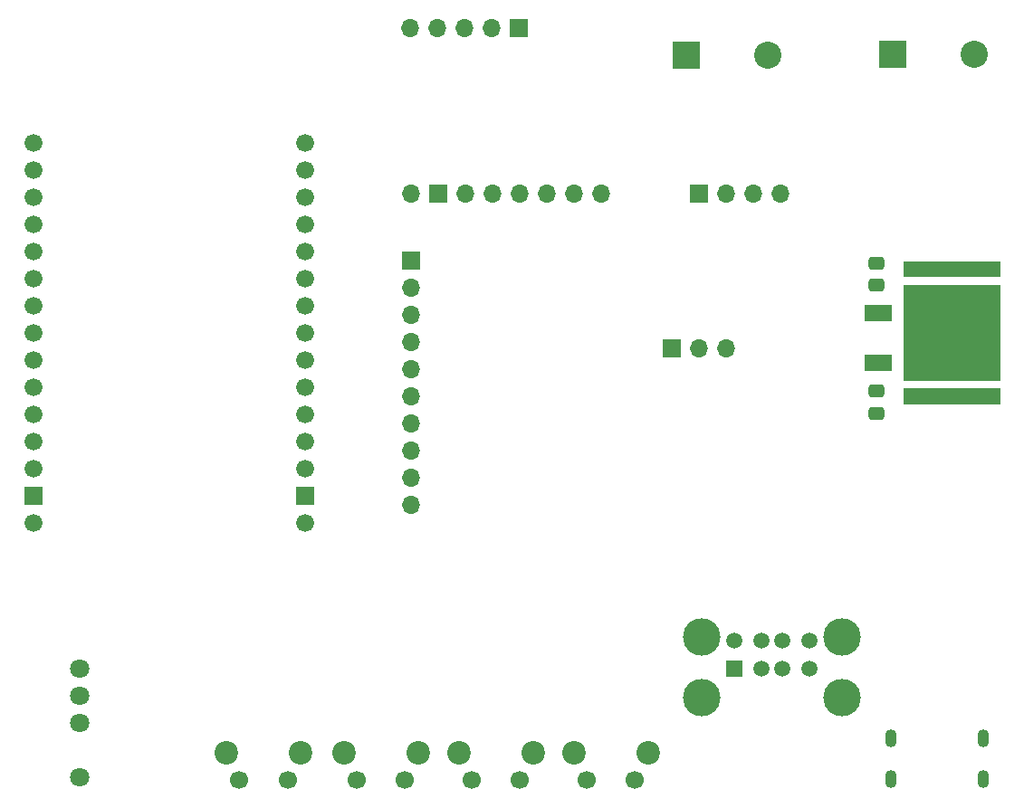
<source format=gbs>
G04 #@! TF.GenerationSoftware,KiCad,Pcbnew,8.0.5*
G04 #@! TF.CreationDate,2024-10-13T23:25:24-04:00*
G04 #@! TF.ProjectId,table-2,7461626c-652d-4322-9e6b-696361645f70,1.2*
G04 #@! TF.SameCoordinates,Original*
G04 #@! TF.FileFunction,Soldermask,Bot*
G04 #@! TF.FilePolarity,Negative*
%FSLAX46Y46*%
G04 Gerber Fmt 4.6, Leading zero omitted, Abs format (unit mm)*
G04 Created by KiCad (PCBNEW 8.0.5) date 2024-10-13 23:25:24*
%MOMM*%
%LPD*%
G01*
G04 APERTURE LIST*
G04 Aperture macros list*
%AMRoundRect*
0 Rectangle with rounded corners*
0 $1 Rounding radius*
0 $2 $3 $4 $5 $6 $7 $8 $9 X,Y pos of 4 corners*
0 Add a 4 corners polygon primitive as box body*
4,1,4,$2,$3,$4,$5,$6,$7,$8,$9,$2,$3,0*
0 Add four circle primitives for the rounded corners*
1,1,$1+$1,$2,$3*
1,1,$1+$1,$4,$5*
1,1,$1+$1,$6,$7*
1,1,$1+$1,$8,$9*
0 Add four rect primitives between the rounded corners*
20,1,$1+$1,$2,$3,$4,$5,0*
20,1,$1+$1,$4,$5,$6,$7,0*
20,1,$1+$1,$6,$7,$8,$9,0*
20,1,$1+$1,$8,$9,$2,$3,0*%
%AMOutline4P*
0 Free polygon, 4 corners , with rotation*
0 The origin of the aperture is its center*
0 number of corners: always 4*
0 $1 to $8 corner X, Y*
0 $9 Rotation angle, in degrees counterclockwise*
0 create outline with 4 corners*
4,1,4,$1,$2,$3,$4,$5,$6,$7,$8,$1,$2,$9*%
G04 Aperture macros list end*
%ADD10C,0.010000*%
%ADD11C,1.800000*%
%ADD12R,1.500000X1.500000*%
%ADD13C,1.500000*%
%ADD14C,3.500000*%
%ADD15C,2.200000*%
%ADD16C,1.700000*%
%ADD17O,1.100000X1.700000*%
%ADD18C,1.676400*%
%ADD19Outline4P,-0.838200X-0.838200X0.838200X-0.838200X0.838200X0.838200X-0.838200X0.838200X0.000000*%
%ADD20R,1.676400X1.676400*%
%ADD21R,1.700000X1.700000*%
%ADD22O,1.700000X1.700000*%
%ADD23RoundRect,0.250000X0.475000X-0.337500X0.475000X0.337500X-0.475000X0.337500X-0.475000X-0.337500X0*%
%ADD24R,2.540000X2.540000*%
%ADD25C,2.540000*%
%ADD26R,2.500000X1.500000*%
%ADD27R,7.000000X7.000000*%
G04 APERTURE END LIST*
D10*
X179500000Y-82650000D02*
X170500000Y-82650000D01*
X170500000Y-81250000D01*
X179500000Y-81250000D01*
X179500000Y-82650000D01*
G36*
X179500000Y-82650000D02*
G01*
X170500000Y-82650000D01*
X170500000Y-81250000D01*
X179500000Y-81250000D01*
X179500000Y-82650000D01*
G37*
X179500000Y-80450000D02*
X170500000Y-80450000D01*
X170500000Y-71550000D01*
X179500000Y-71550000D01*
X179500000Y-80450000D01*
G36*
X179500000Y-80450000D02*
G01*
X170500000Y-80450000D01*
X170500000Y-71550000D01*
X179500000Y-71550000D01*
X179500000Y-80450000D01*
G37*
X179500000Y-70750000D02*
X170500000Y-70750000D01*
X170500000Y-69350000D01*
X179500000Y-69350000D01*
X179500000Y-70750000D01*
G36*
X179500000Y-70750000D02*
G01*
X170500000Y-70750000D01*
X170500000Y-69350000D01*
X179500000Y-69350000D01*
X179500000Y-70750000D01*
G37*
D11*
X93500000Y-117655000D03*
X93500000Y-112575000D03*
X93500000Y-110035000D03*
X93500000Y-107495000D03*
D12*
X154710000Y-107430000D03*
D13*
X157210000Y-107430000D03*
X159210000Y-107430000D03*
X161710000Y-107430000D03*
X154710000Y-104810000D03*
X157210000Y-104810000D03*
X159210000Y-104810000D03*
X161710000Y-104810000D03*
D14*
X151640000Y-110140000D03*
X164780000Y-110140000D03*
X151640000Y-104460000D03*
X164780000Y-104460000D03*
D15*
X146680000Y-115345000D03*
X139680000Y-115345000D03*
D16*
X145430000Y-117845000D03*
X140930000Y-117845000D03*
D17*
X169360000Y-114000000D03*
X169360000Y-117800000D03*
X178000000Y-114000000D03*
X178000000Y-117800000D03*
D15*
X125180000Y-115345000D03*
X118180000Y-115345000D03*
D16*
X123930000Y-117845000D03*
X119430000Y-117845000D03*
D15*
X114180000Y-115345000D03*
X107180000Y-115345000D03*
D16*
X112930000Y-117845000D03*
X108430000Y-117845000D03*
D18*
X89162000Y-58258975D03*
X89162000Y-60798975D03*
X89162000Y-63338975D03*
X89162000Y-65878975D03*
X89162000Y-68418975D03*
X89162000Y-70958975D03*
X89162000Y-73498975D03*
X89162000Y-76038975D03*
X89162000Y-78578975D03*
X89162000Y-81118975D03*
X89162000Y-83658975D03*
X89162000Y-86198975D03*
X89162000Y-88738975D03*
D19*
X89162000Y-91278975D03*
D18*
X89162000Y-93818975D03*
X114562000Y-58258975D03*
X114562000Y-60798975D03*
X114562000Y-63338975D03*
X114562000Y-65878975D03*
X114562000Y-68418975D03*
X114562000Y-70958975D03*
X114562000Y-73498975D03*
X114562000Y-76038975D03*
X114562000Y-78578975D03*
X114562000Y-81118975D03*
X114562000Y-83658975D03*
X114562000Y-86198975D03*
X114562000Y-88738975D03*
D20*
X114562000Y-91278975D03*
D18*
X114562000Y-93818975D03*
D15*
X135930000Y-115345000D03*
X128930000Y-115345000D03*
D16*
X134680000Y-117845000D03*
X130180000Y-117845000D03*
D21*
X124500000Y-69260000D03*
D22*
X124500000Y-71800000D03*
X124500000Y-74340000D03*
X124500000Y-76880000D03*
X124500000Y-79420000D03*
X124500000Y-81960000D03*
X124500000Y-84500000D03*
X124500000Y-87040000D03*
X124500000Y-89580000D03*
X124500000Y-92120000D03*
D23*
X168000000Y-71575000D03*
X168000000Y-69500000D03*
D22*
X124500000Y-63000000D03*
D21*
X127040000Y-63000000D03*
D22*
X129580000Y-63000000D03*
X132120000Y-63000000D03*
X134660000Y-63000000D03*
X137200000Y-63000000D03*
X139740000Y-63000000D03*
X142280000Y-63000000D03*
X124425000Y-47500000D03*
X126965000Y-47500000D03*
X129505000Y-47500000D03*
X132045000Y-47500000D03*
D21*
X134585000Y-47500000D03*
D22*
X153960000Y-77500000D03*
X151420000Y-77500000D03*
D21*
X148880000Y-77500000D03*
D24*
X150190000Y-50050000D03*
D25*
X157810000Y-50050000D03*
D26*
X168150000Y-74200000D03*
D27*
X175000000Y-76500000D03*
D26*
X168150000Y-78800000D03*
D24*
X169500000Y-50000000D03*
D25*
X177120000Y-50000000D03*
D23*
X168000000Y-83575000D03*
X168000000Y-81500000D03*
D21*
X151420000Y-63000000D03*
D22*
X153960000Y-63000000D03*
X156500000Y-63000000D03*
X159040000Y-63000000D03*
M02*

</source>
